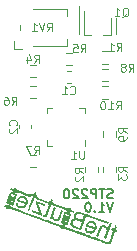
<source format=gbr>
%TF.GenerationSoftware,KiCad,Pcbnew,(6.0.5)*%
%TF.CreationDate,2022-05-26T22:58:08+02:00*%
%TF.ProjectId,STP220_Polulu,53545032-3230-45f5-906f-6c756c752e6b,rev?*%
%TF.SameCoordinates,Original*%
%TF.FileFunction,Legend,Bot*%
%TF.FilePolarity,Positive*%
%FSLAX46Y46*%
G04 Gerber Fmt 4.6, Leading zero omitted, Abs format (unit mm)*
G04 Created by KiCad (PCBNEW (6.0.5)) date 2022-05-26 22:58:08*
%MOMM*%
%LPD*%
G01*
G04 APERTURE LIST*
%ADD10C,0.150000*%
%ADD11C,0.100000*%
%ADD12C,0.120000*%
G04 APERTURE END LIST*
D10*
X146253047Y-92779904D02*
X145986380Y-93579904D01*
X145719714Y-92779904D01*
X145034000Y-93579904D02*
X145491142Y-93579904D01*
X145262571Y-93579904D02*
X145262571Y-92779904D01*
X145338761Y-92894190D01*
X145414952Y-92970380D01*
X145491142Y-93008476D01*
X144691142Y-93503714D02*
X144653047Y-93541809D01*
X144691142Y-93579904D01*
X144729238Y-93541809D01*
X144691142Y-93503714D01*
X144691142Y-93579904D01*
X144157809Y-92779904D02*
X144081619Y-92779904D01*
X144005428Y-92818000D01*
X143967333Y-92856095D01*
X143929238Y-92932285D01*
X143891142Y-93084666D01*
X143891142Y-93275142D01*
X143929238Y-93427523D01*
X143967333Y-93503714D01*
X144005428Y-93541809D01*
X144081619Y-93579904D01*
X144157809Y-93579904D01*
X144234000Y-93541809D01*
X144272095Y-93503714D01*
X144310190Y-93427523D01*
X144348285Y-93275142D01*
X144348285Y-93084666D01*
X144310190Y-92932285D01*
X144272095Y-92856095D01*
X144234000Y-92818000D01*
X144157809Y-92779904D01*
X146221190Y-92398809D02*
X146106904Y-92436904D01*
X145916428Y-92436904D01*
X145840238Y-92398809D01*
X145802142Y-92360714D01*
X145764047Y-92284523D01*
X145764047Y-92208333D01*
X145802142Y-92132142D01*
X145840238Y-92094047D01*
X145916428Y-92055952D01*
X146068809Y-92017857D01*
X146145000Y-91979761D01*
X146183095Y-91941666D01*
X146221190Y-91865476D01*
X146221190Y-91789285D01*
X146183095Y-91713095D01*
X146145000Y-91675000D01*
X146068809Y-91636904D01*
X145878333Y-91636904D01*
X145764047Y-91675000D01*
X145535476Y-91636904D02*
X145078333Y-91636904D01*
X145306904Y-92436904D02*
X145306904Y-91636904D01*
X144811666Y-92436904D02*
X144811666Y-91636904D01*
X144506904Y-91636904D01*
X144430714Y-91675000D01*
X144392619Y-91713095D01*
X144354523Y-91789285D01*
X144354523Y-91903571D01*
X144392619Y-91979761D01*
X144430714Y-92017857D01*
X144506904Y-92055952D01*
X144811666Y-92055952D01*
X144049761Y-91713095D02*
X144011666Y-91675000D01*
X143935476Y-91636904D01*
X143745000Y-91636904D01*
X143668809Y-91675000D01*
X143630714Y-91713095D01*
X143592619Y-91789285D01*
X143592619Y-91865476D01*
X143630714Y-91979761D01*
X144087857Y-92436904D01*
X143592619Y-92436904D01*
X143287857Y-91713095D02*
X143249761Y-91675000D01*
X143173571Y-91636904D01*
X142983095Y-91636904D01*
X142906904Y-91675000D01*
X142868809Y-91713095D01*
X142830714Y-91789285D01*
X142830714Y-91865476D01*
X142868809Y-91979761D01*
X143325952Y-92436904D01*
X142830714Y-92436904D01*
X142335476Y-91636904D02*
X142259285Y-91636904D01*
X142183095Y-91675000D01*
X142145000Y-91713095D01*
X142106904Y-91789285D01*
X142068809Y-91941666D01*
X142068809Y-92132142D01*
X142106904Y-92284523D01*
X142145000Y-92360714D01*
X142183095Y-92398809D01*
X142259285Y-92436904D01*
X142335476Y-92436904D01*
X142411666Y-92398809D01*
X142449761Y-92360714D01*
X142487857Y-92284523D01*
X142525952Y-92132142D01*
X142525952Y-91941666D01*
X142487857Y-91789285D01*
X142449761Y-91713095D01*
X142411666Y-91675000D01*
X142335476Y-91636904D01*
D11*
%TO.C,R7*%
X139562666Y-88708666D02*
X139796000Y-88375333D01*
X139962666Y-88708666D02*
X139962666Y-88008666D01*
X139696000Y-88008666D01*
X139629333Y-88042000D01*
X139596000Y-88075333D01*
X139562666Y-88142000D01*
X139562666Y-88242000D01*
X139596000Y-88308666D01*
X139629333Y-88342000D01*
X139696000Y-88375333D01*
X139962666Y-88375333D01*
X139329333Y-88008666D02*
X138862666Y-88008666D01*
X139162666Y-88708666D01*
%TO.C,R4*%
X139562666Y-80961666D02*
X139796000Y-80628333D01*
X139962666Y-80961666D02*
X139962666Y-80261666D01*
X139696000Y-80261666D01*
X139629333Y-80295000D01*
X139596000Y-80328333D01*
X139562666Y-80395000D01*
X139562666Y-80495000D01*
X139596000Y-80561666D01*
X139629333Y-80595000D01*
X139696000Y-80628333D01*
X139962666Y-80628333D01*
X138962666Y-80495000D02*
X138962666Y-80961666D01*
X139129333Y-80228333D02*
X139296000Y-80728333D01*
X138862666Y-80728333D01*
%TO.C,R6*%
X137657666Y-84517666D02*
X137891000Y-84184333D01*
X138057666Y-84517666D02*
X138057666Y-83817666D01*
X137791000Y-83817666D01*
X137724333Y-83851000D01*
X137691000Y-83884333D01*
X137657666Y-83951000D01*
X137657666Y-84051000D01*
X137691000Y-84117666D01*
X137724333Y-84151000D01*
X137791000Y-84184333D01*
X138057666Y-84184333D01*
X137057666Y-83817666D02*
X137191000Y-83817666D01*
X137257666Y-83851000D01*
X137291000Y-83884333D01*
X137357666Y-83984333D01*
X137391000Y-84117666D01*
X137391000Y-84384333D01*
X137357666Y-84451000D01*
X137324333Y-84484333D01*
X137257666Y-84517666D01*
X137124333Y-84517666D01*
X137057666Y-84484333D01*
X137024333Y-84451000D01*
X136991000Y-84384333D01*
X136991000Y-84217666D01*
X137024333Y-84151000D01*
X137057666Y-84117666D01*
X137124333Y-84084333D01*
X137257666Y-84084333D01*
X137324333Y-84117666D01*
X137357666Y-84151000D01*
X137391000Y-84217666D01*
%TO.C,R10*%
X146500000Y-84898666D02*
X146733333Y-84565333D01*
X146900000Y-84898666D02*
X146900000Y-84198666D01*
X146633333Y-84198666D01*
X146566666Y-84232000D01*
X146533333Y-84265333D01*
X146500000Y-84332000D01*
X146500000Y-84432000D01*
X146533333Y-84498666D01*
X146566666Y-84532000D01*
X146633333Y-84565333D01*
X146900000Y-84565333D01*
X145833333Y-84898666D02*
X146233333Y-84898666D01*
X146033333Y-84898666D02*
X146033333Y-84198666D01*
X146100000Y-84298666D01*
X146166666Y-84365333D01*
X146233333Y-84398666D01*
X145400000Y-84198666D02*
X145333333Y-84198666D01*
X145266666Y-84232000D01*
X145233333Y-84265333D01*
X145200000Y-84332000D01*
X145166666Y-84465333D01*
X145166666Y-84632000D01*
X145200000Y-84765333D01*
X145233333Y-84832000D01*
X145266666Y-84865333D01*
X145333333Y-84898666D01*
X145400000Y-84898666D01*
X145466666Y-84865333D01*
X145500000Y-84832000D01*
X145533333Y-84765333D01*
X145566666Y-84632000D01*
X145566666Y-84465333D01*
X145533333Y-84332000D01*
X145500000Y-84265333D01*
X145466666Y-84232000D01*
X145400000Y-84198666D01*
%TO.C,R3*%
X147382666Y-90180333D02*
X147049333Y-89947000D01*
X147382666Y-89780333D02*
X146682666Y-89780333D01*
X146682666Y-90047000D01*
X146716000Y-90113666D01*
X146749333Y-90147000D01*
X146816000Y-90180333D01*
X146916000Y-90180333D01*
X146982666Y-90147000D01*
X147016000Y-90113666D01*
X147049333Y-90047000D01*
X147049333Y-89780333D01*
X146682666Y-90413666D02*
X146682666Y-90847000D01*
X146949333Y-90613666D01*
X146949333Y-90713666D01*
X146982666Y-90780333D01*
X147016000Y-90813666D01*
X147082666Y-90847000D01*
X147249333Y-90847000D01*
X147316000Y-90813666D01*
X147349333Y-90780333D01*
X147382666Y-90713666D01*
X147382666Y-90513666D01*
X147349333Y-90447000D01*
X147316000Y-90413666D01*
%TO.C,R1*%
X146547666Y-79945666D02*
X146781000Y-79612333D01*
X146947666Y-79945666D02*
X146947666Y-79245666D01*
X146681000Y-79245666D01*
X146614333Y-79279000D01*
X146581000Y-79312333D01*
X146547666Y-79379000D01*
X146547666Y-79479000D01*
X146581000Y-79545666D01*
X146614333Y-79579000D01*
X146681000Y-79612333D01*
X146947666Y-79612333D01*
X145881000Y-79945666D02*
X146281000Y-79945666D01*
X146081000Y-79945666D02*
X146081000Y-79245666D01*
X146147666Y-79345666D01*
X146214333Y-79412333D01*
X146281000Y-79445666D01*
%TO.C,U1*%
X143789333Y-88389666D02*
X143789333Y-88956333D01*
X143756000Y-89023000D01*
X143722666Y-89056333D01*
X143656000Y-89089666D01*
X143522666Y-89089666D01*
X143456000Y-89056333D01*
X143422666Y-89023000D01*
X143389333Y-88956333D01*
X143389333Y-88389666D01*
X142689333Y-89089666D02*
X143089333Y-89089666D01*
X142889333Y-89089666D02*
X142889333Y-88389666D01*
X142956000Y-88489666D01*
X143022666Y-88556333D01*
X143089333Y-88589666D01*
%TO.C,R8*%
X147563666Y-81723666D02*
X147797000Y-81390333D01*
X147963666Y-81723666D02*
X147963666Y-81023666D01*
X147697000Y-81023666D01*
X147630333Y-81057000D01*
X147597000Y-81090333D01*
X147563666Y-81157000D01*
X147563666Y-81257000D01*
X147597000Y-81323666D01*
X147630333Y-81357000D01*
X147697000Y-81390333D01*
X147963666Y-81390333D01*
X147163666Y-81323666D02*
X147230333Y-81290333D01*
X147263666Y-81257000D01*
X147297000Y-81190333D01*
X147297000Y-81157000D01*
X147263666Y-81090333D01*
X147230333Y-81057000D01*
X147163666Y-81023666D01*
X147030333Y-81023666D01*
X146963666Y-81057000D01*
X146930333Y-81090333D01*
X146897000Y-81157000D01*
X146897000Y-81190333D01*
X146930333Y-81257000D01*
X146963666Y-81290333D01*
X147030333Y-81323666D01*
X147163666Y-81323666D01*
X147230333Y-81357000D01*
X147263666Y-81390333D01*
X147297000Y-81457000D01*
X147297000Y-81590333D01*
X147263666Y-81657000D01*
X147230333Y-81690333D01*
X147163666Y-81723666D01*
X147030333Y-81723666D01*
X146963666Y-81690333D01*
X146930333Y-81657000D01*
X146897000Y-81590333D01*
X146897000Y-81457000D01*
X146930333Y-81390333D01*
X146963666Y-81357000D01*
X147030333Y-81323666D01*
%TO.C,Q1*%
X147005666Y-77091333D02*
X147072333Y-77058000D01*
X147139000Y-76991333D01*
X147239000Y-76891333D01*
X147305666Y-76858000D01*
X147372333Y-76858000D01*
X147339000Y-77024666D02*
X147405666Y-76991333D01*
X147472333Y-76924666D01*
X147505666Y-76791333D01*
X147505666Y-76558000D01*
X147472333Y-76424666D01*
X147405666Y-76358000D01*
X147339000Y-76324666D01*
X147205666Y-76324666D01*
X147139000Y-76358000D01*
X147072333Y-76424666D01*
X147039000Y-76558000D01*
X147039000Y-76791333D01*
X147072333Y-76924666D01*
X147139000Y-76991333D01*
X147205666Y-77024666D01*
X147339000Y-77024666D01*
X146372333Y-77024666D02*
X146772333Y-77024666D01*
X146572333Y-77024666D02*
X146572333Y-76324666D01*
X146639000Y-76424666D01*
X146705666Y-76491333D01*
X146772333Y-76524666D01*
%TO.C,RV1*%
X140624666Y-78294666D02*
X140858000Y-77961333D01*
X141024666Y-78294666D02*
X141024666Y-77594666D01*
X140758000Y-77594666D01*
X140691333Y-77628000D01*
X140658000Y-77661333D01*
X140624666Y-77728000D01*
X140624666Y-77828000D01*
X140658000Y-77894666D01*
X140691333Y-77928000D01*
X140758000Y-77961333D01*
X141024666Y-77961333D01*
X140424666Y-77594666D02*
X140191333Y-78294666D01*
X139958000Y-77594666D01*
X139358000Y-78294666D02*
X139758000Y-78294666D01*
X139558000Y-78294666D02*
X139558000Y-77594666D01*
X139624666Y-77694666D01*
X139691333Y-77761333D01*
X139758000Y-77794666D01*
%TO.C,C1*%
X142610666Y-83562000D02*
X142644000Y-83595333D01*
X142744000Y-83628666D01*
X142810666Y-83628666D01*
X142910666Y-83595333D01*
X142977333Y-83528666D01*
X143010666Y-83462000D01*
X143044000Y-83328666D01*
X143044000Y-83228666D01*
X143010666Y-83095333D01*
X142977333Y-83028666D01*
X142910666Y-82962000D01*
X142810666Y-82928666D01*
X142744000Y-82928666D01*
X142644000Y-82962000D01*
X142610666Y-82995333D01*
X141944000Y-83628666D02*
X142344000Y-83628666D01*
X142144000Y-83628666D02*
X142144000Y-82928666D01*
X142210666Y-83028666D01*
X142277333Y-83095333D01*
X142344000Y-83128666D01*
%TO.C,R5*%
X143499666Y-80072666D02*
X143733000Y-79739333D01*
X143899666Y-80072666D02*
X143899666Y-79372666D01*
X143633000Y-79372666D01*
X143566333Y-79406000D01*
X143533000Y-79439333D01*
X143499666Y-79506000D01*
X143499666Y-79606000D01*
X143533000Y-79672666D01*
X143566333Y-79706000D01*
X143633000Y-79739333D01*
X143899666Y-79739333D01*
X142866333Y-79372666D02*
X143199666Y-79372666D01*
X143233000Y-79706000D01*
X143199666Y-79672666D01*
X143133000Y-79639333D01*
X142966333Y-79639333D01*
X142899666Y-79672666D01*
X142866333Y-79706000D01*
X142833000Y-79772666D01*
X142833000Y-79939333D01*
X142866333Y-80006000D01*
X142899666Y-80039333D01*
X142966333Y-80072666D01*
X143133000Y-80072666D01*
X143199666Y-80039333D01*
X143233000Y-80006000D01*
%TO.C,R2*%
X143699666Y-90307333D02*
X143366333Y-90074000D01*
X143699666Y-89907333D02*
X142999666Y-89907333D01*
X142999666Y-90174000D01*
X143033000Y-90240666D01*
X143066333Y-90274000D01*
X143133000Y-90307333D01*
X143233000Y-90307333D01*
X143299666Y-90274000D01*
X143333000Y-90240666D01*
X143366333Y-90174000D01*
X143366333Y-89907333D01*
X143066333Y-90574000D02*
X143033000Y-90607333D01*
X142999666Y-90674000D01*
X142999666Y-90840666D01*
X143033000Y-90907333D01*
X143066333Y-90940666D01*
X143133000Y-90974000D01*
X143199666Y-90974000D01*
X143299666Y-90940666D01*
X143699666Y-90540666D01*
X143699666Y-90974000D01*
%TO.C,C2*%
X138045000Y-86243333D02*
X138078333Y-86210000D01*
X138111666Y-86110000D01*
X138111666Y-86043333D01*
X138078333Y-85943333D01*
X138011666Y-85876666D01*
X137945000Y-85843333D01*
X137811666Y-85810000D01*
X137711666Y-85810000D01*
X137578333Y-85843333D01*
X137511666Y-85876666D01*
X137445000Y-85943333D01*
X137411666Y-86043333D01*
X137411666Y-86110000D01*
X137445000Y-86210000D01*
X137478333Y-86243333D01*
X137478333Y-86510000D02*
X137445000Y-86543333D01*
X137411666Y-86610000D01*
X137411666Y-86776666D01*
X137445000Y-86843333D01*
X137478333Y-86876666D01*
X137545000Y-86910000D01*
X137611666Y-86910000D01*
X137711666Y-86876666D01*
X138111666Y-86476666D01*
X138111666Y-86910000D01*
%TO.C,R9*%
X147382666Y-86878333D02*
X147049333Y-86645000D01*
X147382666Y-86478333D02*
X146682666Y-86478333D01*
X146682666Y-86745000D01*
X146716000Y-86811666D01*
X146749333Y-86845000D01*
X146816000Y-86878333D01*
X146916000Y-86878333D01*
X146982666Y-86845000D01*
X147016000Y-86811666D01*
X147049333Y-86745000D01*
X147049333Y-86478333D01*
X147382666Y-87211666D02*
X147382666Y-87345000D01*
X147349333Y-87411666D01*
X147316000Y-87445000D01*
X147216000Y-87511666D01*
X147082666Y-87545000D01*
X146816000Y-87545000D01*
X146749333Y-87511666D01*
X146716000Y-87478333D01*
X146682666Y-87411666D01*
X146682666Y-87278333D01*
X146716000Y-87211666D01*
X146749333Y-87178333D01*
X146816000Y-87145000D01*
X146982666Y-87145000D01*
X147049333Y-87178333D01*
X147082666Y-87211666D01*
X147116000Y-87278333D01*
X147116000Y-87411666D01*
X147082666Y-87478333D01*
X147049333Y-87511666D01*
X146982666Y-87545000D01*
%TO.C,G\u002A\u002A\u002A*%
G36*
X142246216Y-94683389D02*
G01*
X142239021Y-94680777D01*
X142183979Y-94661964D01*
X142151645Y-94655000D01*
X142134676Y-94659340D01*
X142125727Y-94674437D01*
X142127037Y-94705553D01*
X142150281Y-94744083D01*
X142177993Y-94779516D01*
X142197442Y-94814737D01*
X142199460Y-94818220D01*
X142206806Y-94824848D01*
X142220696Y-94833423D01*
X142242780Y-94844569D01*
X142274702Y-94858909D01*
X142318108Y-94877068D01*
X142374645Y-94899671D01*
X142445960Y-94927341D01*
X142533698Y-94960702D01*
X142639506Y-95000378D01*
X142765030Y-95046995D01*
X142911916Y-95101176D01*
X143081812Y-95163544D01*
X143276363Y-95234725D01*
X143497215Y-95315342D01*
X143746015Y-95406019D01*
X144024410Y-95507381D01*
X144206980Y-95573818D01*
X144466231Y-95668090D01*
X144697022Y-95751900D01*
X144901019Y-95825830D01*
X145079889Y-95890463D01*
X145235301Y-95946378D01*
X145368922Y-95994161D01*
X145482419Y-96034390D01*
X145577460Y-96067649D01*
X145655712Y-96094518D01*
X145718843Y-96115581D01*
X145768518Y-96131420D01*
X145806408Y-96142614D01*
X145834178Y-96149747D01*
X145853495Y-96153400D01*
X145866029Y-96154155D01*
X145873446Y-96152595D01*
X145874808Y-96151920D01*
X145885757Y-96143159D01*
X145898149Y-96125938D01*
X145913361Y-96096989D01*
X145932766Y-96053047D01*
X145957737Y-95990842D01*
X145989649Y-95907110D01*
X146029875Y-95798582D01*
X146079790Y-95661993D01*
X146252676Y-95186993D01*
X146080963Y-95124495D01*
X146137780Y-94968391D01*
X146309493Y-95030890D01*
X146369150Y-94866981D01*
X146388711Y-94814706D01*
X146411540Y-94757758D01*
X146428781Y-94719523D01*
X146437736Y-94706323D01*
X146444684Y-94711983D01*
X146468471Y-94737256D01*
X146501044Y-94775240D01*
X146555424Y-94840908D01*
X146465596Y-95087707D01*
X146590479Y-95133160D01*
X146533661Y-95289264D01*
X146408779Y-95243810D01*
X146222474Y-95754964D01*
X146203839Y-95806073D01*
X146152944Y-95944957D01*
X146111154Y-96056641D01*
X146076799Y-96144179D01*
X146048211Y-96210627D01*
X146023724Y-96259038D01*
X146001668Y-96292468D01*
X145980377Y-96313971D01*
X145958182Y-96326601D01*
X145933414Y-96333413D01*
X145904406Y-96337463D01*
X145898798Y-96337941D01*
X145886245Y-96337799D01*
X145869831Y-96335768D01*
X145847845Y-96331259D01*
X145818578Y-96323674D01*
X145780322Y-96312422D01*
X145731366Y-96296909D01*
X145670001Y-96276539D01*
X145594517Y-96250721D01*
X145503206Y-96218860D01*
X145394358Y-96180362D01*
X145266262Y-96134634D01*
X145117213Y-96081080D01*
X144945496Y-96019109D01*
X144749406Y-95948127D01*
X144527233Y-95867538D01*
X144277265Y-95776750D01*
X143997795Y-95675168D01*
X142155537Y-95005387D01*
X142084676Y-95031913D01*
X142074279Y-95035692D01*
X142028021Y-95047236D01*
X141984161Y-95044431D01*
X141926779Y-95026759D01*
X141914130Y-95022065D01*
X141863571Y-94998963D01*
X141830542Y-94971291D01*
X141802511Y-94929213D01*
X141765278Y-94863344D01*
X137566100Y-93334968D01*
X137495239Y-93361494D01*
X137484843Y-93365274D01*
X137438583Y-93376817D01*
X137394725Y-93374012D01*
X137337342Y-93356341D01*
X137324694Y-93351647D01*
X137274134Y-93328544D01*
X137241106Y-93300873D01*
X137213074Y-93258795D01*
X137205694Y-93246132D01*
X137178017Y-93209128D01*
X137142266Y-93183455D01*
X137086313Y-93159622D01*
X136996784Y-93126318D01*
X137053601Y-92970214D01*
X137145352Y-93003609D01*
X137178528Y-93014795D01*
X137232703Y-93026048D01*
X137266287Y-93019943D01*
X137300743Y-93006364D01*
X137311541Y-93004018D01*
X137536291Y-93004018D01*
X137537601Y-93035135D01*
X137560844Y-93073664D01*
X137588555Y-93109097D01*
X137608006Y-93144319D01*
X137611509Y-93149325D01*
X137620355Y-93156133D01*
X137635976Y-93165035D01*
X137659901Y-93176607D01*
X137693659Y-93191425D01*
X137738780Y-93210066D01*
X137796791Y-93233107D01*
X137869222Y-93261123D01*
X137957601Y-93294692D01*
X138063458Y-93334389D01*
X138188321Y-93380792D01*
X138333719Y-93434477D01*
X138501182Y-93496020D01*
X138692238Y-93565997D01*
X138908415Y-93644986D01*
X139151243Y-93733563D01*
X139422251Y-93832303D01*
X139722967Y-93941784D01*
X140006519Y-94044963D01*
X140279328Y-94144161D01*
X140523924Y-94232998D01*
X140741849Y-94312017D01*
X140934645Y-94381758D01*
X141103853Y-94442763D01*
X141251016Y-94495573D01*
X141377674Y-94540729D01*
X141485371Y-94578772D01*
X141575646Y-94610243D01*
X141650043Y-94635682D01*
X141710104Y-94655633D01*
X141757368Y-94670635D01*
X141793379Y-94681231D01*
X141819679Y-94687960D01*
X141837808Y-94691363D01*
X141849309Y-94691983D01*
X141855724Y-94690362D01*
X141890180Y-94676782D01*
X141937267Y-94666552D01*
X141976269Y-94654087D01*
X142000844Y-94628983D01*
X142001561Y-94626946D01*
X142003350Y-94610142D01*
X141991469Y-94595983D01*
X141959941Y-94580167D01*
X141902789Y-94558392D01*
X141793517Y-94518620D01*
X141806907Y-94481832D01*
X142178151Y-94481832D01*
X142287423Y-94521604D01*
X142526054Y-93865970D01*
X142471419Y-93846084D01*
X142461787Y-93842753D01*
X142424785Y-93836716D01*
X142407847Y-93850747D01*
X142402120Y-93861328D01*
X142390378Y-93857746D01*
X142369557Y-93827971D01*
X142344334Y-93794700D01*
X142299777Y-93767565D01*
X142237930Y-93763565D01*
X142207925Y-93768217D01*
X142196796Y-93783233D01*
X142199195Y-93819697D01*
X142203497Y-93843583D01*
X142219358Y-93868950D01*
X142254904Y-93879730D01*
X142268577Y-93882408D01*
X142303236Y-93900879D01*
X142329320Y-93941851D01*
X142336579Y-93958154D01*
X142342580Y-93978487D01*
X142343092Y-94001932D01*
X142336924Y-94034105D01*
X142322890Y-94080622D01*
X142299803Y-94147102D01*
X142266476Y-94239162D01*
X142178151Y-94481832D01*
X141806907Y-94481832D01*
X142145783Y-93550779D01*
X142262860Y-93593392D01*
X142305420Y-93608341D01*
X142351766Y-93621584D01*
X142377423Y-93622826D01*
X142388314Y-93612991D01*
X142388484Y-93612490D01*
X142383527Y-93584894D01*
X142360919Y-93551151D01*
X142333207Y-93515718D01*
X142313757Y-93480496D01*
X142312469Y-93477587D01*
X142304406Y-93467980D01*
X142287974Y-93456595D01*
X142260307Y-93442260D01*
X142218542Y-93423802D01*
X142159808Y-93400049D01*
X142081243Y-93369830D01*
X141979980Y-93331973D01*
X141853152Y-93285306D01*
X141697895Y-93228657D01*
X141639083Y-93207258D01*
X141496138Y-93155361D01*
X141380191Y-93113591D01*
X141288157Y-93080992D01*
X141216950Y-93056609D01*
X141163487Y-93039486D01*
X141124679Y-93028666D01*
X141097444Y-93023195D01*
X141078693Y-93022117D01*
X141065344Y-93024477D01*
X141054311Y-93029317D01*
X141022435Y-93042009D01*
X140982668Y-93048628D01*
X140975084Y-93049100D01*
X140965303Y-93053923D01*
X140954528Y-93066605D01*
X140941295Y-93090488D01*
X140924138Y-93128916D01*
X140901590Y-93185230D01*
X140872185Y-93262776D01*
X140834458Y-93364895D01*
X140786942Y-93494931D01*
X140780319Y-93513081D01*
X140728199Y-93654365D01*
X140685529Y-93766762D01*
X140651345Y-93852621D01*
X140624680Y-93914299D01*
X140604567Y-93954148D01*
X140590041Y-93974521D01*
X140569808Y-93989606D01*
X140507536Y-94010692D01*
X140431077Y-94011991D01*
X140349657Y-93992799D01*
X140331657Y-93986042D01*
X140279409Y-93962027D01*
X140254946Y-93937690D01*
X140254631Y-93906704D01*
X140274823Y-93862746D01*
X140286245Y-93842651D01*
X140306692Y-93816067D01*
X140329854Y-93811312D01*
X140368232Y-93823076D01*
X140382162Y-93828103D01*
X140410870Y-93836846D01*
X140435040Y-93838645D01*
X140456662Y-93830468D01*
X140477725Y-93809278D01*
X140500217Y-93772044D01*
X140526128Y-93715728D01*
X140557446Y-93637299D01*
X140596160Y-93533720D01*
X140644258Y-93401960D01*
X140662040Y-93353068D01*
X140703170Y-93239361D01*
X140734233Y-93151814D01*
X140756285Y-93086762D01*
X140770378Y-93040537D01*
X140777566Y-93009473D01*
X140778904Y-92989903D01*
X140775444Y-92978162D01*
X140768241Y-92970583D01*
X140748290Y-92948917D01*
X140725772Y-92909739D01*
X140724514Y-92906753D01*
X140717942Y-92895115D01*
X140706766Y-92883749D01*
X140687656Y-92871214D01*
X140657279Y-92856067D01*
X140612304Y-92836865D01*
X140549399Y-92812168D01*
X140465233Y-92780532D01*
X140356474Y-92740514D01*
X140219791Y-92690672D01*
X139730485Y-92512579D01*
X139745358Y-92471716D01*
X139746535Y-92468103D01*
X139746035Y-92417410D01*
X139721684Y-92348191D01*
X139721137Y-92347017D01*
X139704456Y-92310962D01*
X139690104Y-92282683D01*
X139676814Y-92264303D01*
X139663329Y-92257948D01*
X139648383Y-92265742D01*
X139630715Y-92289810D01*
X139609062Y-92332277D01*
X139582162Y-92395269D01*
X139548753Y-92480910D01*
X139507571Y-92591324D01*
X139457356Y-92728637D01*
X139396844Y-92894975D01*
X139161054Y-93542803D01*
X139004950Y-93485986D01*
X139243581Y-92830353D01*
X139270852Y-92755250D01*
X139319473Y-92620431D01*
X139363430Y-92497357D01*
X139401589Y-92389271D01*
X139432821Y-92299412D01*
X139455993Y-92231019D01*
X139469973Y-92187334D01*
X139473632Y-92171596D01*
X139473336Y-92171501D01*
X139451509Y-92171417D01*
X139412537Y-92175241D01*
X139366320Y-92186396D01*
X139306226Y-92213888D01*
X139256797Y-92249763D01*
X139229113Y-92287255D01*
X139215344Y-92325083D01*
X138655284Y-92121238D01*
X138514222Y-92070032D01*
X138391583Y-92025929D01*
X138294120Y-91991532D01*
X138218761Y-91965867D01*
X138162436Y-91947961D01*
X138122071Y-91936839D01*
X138094598Y-91931531D01*
X138076944Y-91931060D01*
X138066039Y-91934453D01*
X138031583Y-91948032D01*
X137984495Y-91958263D01*
X137958682Y-91962773D01*
X137926022Y-91977260D01*
X137925133Y-91997126D01*
X137955560Y-92021116D01*
X138016850Y-92047971D01*
X138118317Y-92084902D01*
X137822869Y-92896639D01*
X137766052Y-93052743D01*
X137656780Y-93012971D01*
X137649585Y-93010359D01*
X137594542Y-92991545D01*
X137562208Y-92984582D01*
X137545239Y-92988921D01*
X137536291Y-93004018D01*
X137311541Y-93004018D01*
X137347831Y-92996134D01*
X137386833Y-92983669D01*
X137411407Y-92958565D01*
X137412125Y-92956528D01*
X137413913Y-92939724D01*
X137402031Y-92925565D01*
X137370503Y-92909749D01*
X137313352Y-92887974D01*
X137204080Y-92848202D01*
X137462682Y-92137699D01*
X137571642Y-92137699D01*
X137577375Y-92178566D01*
X137580169Y-92187290D01*
X137596048Y-92207926D01*
X137628988Y-92208591D01*
X137669836Y-92210831D01*
X137711476Y-92240274D01*
X137739110Y-92299803D01*
X137743517Y-92319882D01*
X137744552Y-92346388D01*
X137739299Y-92380050D01*
X137726341Y-92426827D01*
X137704261Y-92492680D01*
X137671643Y-92583572D01*
X137588715Y-92811414D01*
X137697987Y-92851186D01*
X137936618Y-92195552D01*
X137881981Y-92175666D01*
X137872350Y-92172335D01*
X137835348Y-92166297D01*
X137818411Y-92180329D01*
X137812684Y-92190910D01*
X137800942Y-92187328D01*
X137780120Y-92157553D01*
X137765474Y-92135541D01*
X137737829Y-92108697D01*
X137701438Y-92098929D01*
X137644463Y-92101330D01*
X137630475Y-92102891D01*
X137587679Y-92114387D01*
X137571642Y-92137699D01*
X137462682Y-92137699D01*
X137556346Y-91880361D01*
X137673423Y-91922973D01*
X137715983Y-91937922D01*
X137762329Y-91951165D01*
X137787986Y-91952407D01*
X137798877Y-91942572D01*
X137799048Y-91942072D01*
X137794090Y-91914476D01*
X137771482Y-91880732D01*
X137743770Y-91845299D01*
X137724320Y-91810078D01*
X137712972Y-91792858D01*
X137677042Y-91768626D01*
X137613374Y-91742013D01*
X137513819Y-91705778D01*
X137570636Y-91549675D01*
X137668431Y-91584551D01*
X137704154Y-91596681D01*
X137752493Y-91608041D01*
X137792192Y-91606554D01*
X137837087Y-91592902D01*
X137847483Y-91589122D01*
X137893742Y-91577579D01*
X137937601Y-91580383D01*
X137994984Y-91598055D01*
X138007632Y-91602750D01*
X138058192Y-91625853D01*
X138091221Y-91653524D01*
X138119252Y-91695602D01*
X138156485Y-91761469D01*
X139175725Y-92133879D01*
X139227862Y-92104233D01*
X139256284Y-92089061D01*
X139362130Y-92050472D01*
X139461780Y-92042913D01*
X139528104Y-92048633D01*
X139590165Y-91878122D01*
X139744710Y-91934372D01*
X139717589Y-92023453D01*
X139716367Y-92027467D01*
X139702531Y-92077191D01*
X139701113Y-92107531D01*
X139714524Y-92130103D01*
X139745169Y-92156526D01*
X139768299Y-92179352D01*
X139807972Y-92233481D01*
X139841276Y-92295854D01*
X139882682Y-92391190D01*
X140756974Y-92709407D01*
X140836495Y-92682356D01*
X140916017Y-92655307D01*
X140957679Y-92540842D01*
X140960878Y-92532136D01*
X140981811Y-92479048D01*
X140998745Y-92442380D01*
X141008269Y-92429627D01*
X141015216Y-92435287D01*
X141039004Y-92460560D01*
X141071577Y-92498545D01*
X141096407Y-92529706D01*
X141113608Y-92561354D01*
X141113551Y-92592758D01*
X141099039Y-92638169D01*
X141091212Y-92660705D01*
X141082827Y-92701594D01*
X141090366Y-92737349D01*
X141115651Y-92783961D01*
X141159181Y-92855798D01*
X141757422Y-93072822D01*
X142355664Y-93289846D01*
X142426524Y-93263321D01*
X142436920Y-93259540D01*
X142483180Y-93247998D01*
X142527039Y-93250802D01*
X142584421Y-93268473D01*
X142597069Y-93273168D01*
X142647628Y-93296271D01*
X142680657Y-93323942D01*
X142708689Y-93366020D01*
X142728673Y-93398106D01*
X142754585Y-93425411D01*
X142791988Y-93447168D01*
X142851060Y-93470874D01*
X142956199Y-93509859D01*
X142899382Y-93665963D01*
X142792021Y-93626887D01*
X142729373Y-93606484D01*
X142683844Y-93598713D01*
X142655475Y-93604872D01*
X142621019Y-93618450D01*
X142573932Y-93628681D01*
X142548119Y-93633191D01*
X142515458Y-93647679D01*
X142514947Y-93659082D01*
X142514569Y-93667545D01*
X142544996Y-93691534D01*
X142606287Y-93718389D01*
X142707754Y-93755320D01*
X142412305Y-94567058D01*
X142355488Y-94723161D01*
X142246216Y-94683389D01*
G37*
G36*
X144836788Y-94932525D02*
G01*
X144800209Y-95049101D01*
X144790801Y-95074008D01*
X144729123Y-95200381D01*
X144654466Y-95296682D01*
X144565728Y-95363786D01*
X144461807Y-95402571D01*
X144341601Y-95413912D01*
X144293506Y-95410739D01*
X144179070Y-95385217D01*
X144071729Y-95337804D01*
X143979758Y-95272729D01*
X143911434Y-95194217D01*
X143901690Y-95177807D01*
X143874341Y-95117841D01*
X143853743Y-95052931D01*
X143843013Y-94994410D01*
X143845269Y-94953614D01*
X143851008Y-94948810D01*
X143881161Y-94945518D01*
X143926954Y-94951098D01*
X143965012Y-94959872D01*
X143994625Y-94973974D01*
X144015217Y-95000462D01*
X144037301Y-95048631D01*
X144067020Y-95104506D01*
X144130018Y-95175109D01*
X144206631Y-95220808D01*
X144291458Y-95241412D01*
X144379101Y-95236726D01*
X144464160Y-95206558D01*
X144541236Y-95150712D01*
X144604929Y-95068995D01*
X144632553Y-95021596D01*
X143899649Y-94754841D01*
X143921198Y-94696390D01*
X143937751Y-94660004D01*
X144124795Y-94660004D01*
X144399668Y-94760049D01*
X144479564Y-94789004D01*
X144557164Y-94816456D01*
X144611524Y-94834268D01*
X144647070Y-94843544D01*
X144668225Y-94845387D01*
X144679415Y-94840898D01*
X144685064Y-94831183D01*
X144689530Y-94792031D01*
X144676973Y-94731010D01*
X144648081Y-94666287D01*
X144606732Y-94608870D01*
X144540812Y-94554296D01*
X144457633Y-94517734D01*
X144370368Y-94506277D01*
X144285672Y-94519750D01*
X144210205Y-94557978D01*
X144150621Y-94620789D01*
X144124795Y-94660004D01*
X143937751Y-94660004D01*
X143962822Y-94604895D01*
X144036576Y-94500032D01*
X144126070Y-94420720D01*
X144227663Y-94368145D01*
X144337712Y-94343492D01*
X144452575Y-94347943D01*
X144568613Y-94382683D01*
X144682184Y-94448898D01*
X144719624Y-94480385D01*
X144765586Y-94536504D01*
X144807207Y-94613731D01*
X144825946Y-94658219D01*
X144849524Y-94745315D01*
X144853182Y-94834007D01*
X144844025Y-94889039D01*
X144836788Y-94932525D01*
G37*
G36*
X146112355Y-94552536D02*
G01*
X145623729Y-95895024D01*
X145452016Y-95832526D01*
X145572916Y-95500355D01*
X145612887Y-95389713D01*
X145642507Y-95305168D01*
X145663117Y-95241873D01*
X145676059Y-95194982D01*
X145682676Y-95159654D01*
X145684310Y-95131042D01*
X145682302Y-95104301D01*
X145661261Y-95037213D01*
X145613468Y-94970963D01*
X145547554Y-94918999D01*
X145471388Y-94887364D01*
X145392847Y-94882101D01*
X145358770Y-94888924D01*
X145328454Y-94902513D01*
X145300711Y-94926300D01*
X145273379Y-94963847D01*
X145244294Y-95018710D01*
X145211291Y-95094448D01*
X145172205Y-95194621D01*
X145124875Y-95322786D01*
X144999316Y-95667757D01*
X144827603Y-95605258D01*
X144945588Y-95281377D01*
X144950317Y-95268431D01*
X144989113Y-95164748D01*
X145027259Y-95066811D01*
X145062161Y-94981019D01*
X145091225Y-94913771D01*
X145111853Y-94871465D01*
X145159622Y-94801807D01*
X145231053Y-94740082D01*
X145314967Y-94708772D01*
X145412306Y-94707567D01*
X145524012Y-94736159D01*
X145556116Y-94748292D01*
X145611336Y-94774000D01*
X145652176Y-94803818D01*
X145691092Y-94845930D01*
X145712823Y-94874054D01*
X145741210Y-94917703D01*
X145754810Y-94948673D01*
X145757447Y-94953212D01*
X145768005Y-94941139D01*
X145786617Y-94901858D01*
X145813952Y-94833883D01*
X145850680Y-94735728D01*
X145940641Y-94490038D01*
X146112355Y-94552536D01*
G37*
G36*
X143942462Y-93957221D02*
G01*
X143744601Y-94500840D01*
X143516335Y-95127996D01*
X143212702Y-95017482D01*
X143115688Y-94981228D01*
X143020658Y-94943892D01*
X142937456Y-94909390D01*
X142872596Y-94880425D01*
X142832592Y-94859701D01*
X142804616Y-94841376D01*
X142716376Y-94763358D01*
X142658726Y-94672707D01*
X142631135Y-94568326D01*
X142631712Y-94532768D01*
X142818295Y-94532768D01*
X142836467Y-94610176D01*
X142882876Y-94680876D01*
X142904759Y-94702749D01*
X142931359Y-94723973D01*
X142965192Y-94743809D01*
X143012308Y-94765296D01*
X143078759Y-94791471D01*
X143170591Y-94825373D01*
X143401438Y-94909394D01*
X143572887Y-94438341D01*
X143325105Y-94354128D01*
X143251808Y-94329483D01*
X143173506Y-94304420D01*
X143116320Y-94288482D01*
X143074414Y-94280314D01*
X143041949Y-94278569D01*
X143013089Y-94281893D01*
X142984593Y-94288957D01*
X142911507Y-94326748D01*
X142857983Y-94384410D01*
X142826190Y-94455298D01*
X142818295Y-94532768D01*
X142631712Y-94532768D01*
X142633069Y-94449124D01*
X142644317Y-94395181D01*
X142687446Y-94300451D01*
X142754641Y-94223077D01*
X142841098Y-94167868D01*
X142942013Y-94139639D01*
X143015498Y-94130578D01*
X142976598Y-94077084D01*
X142947782Y-94026326D01*
X142929710Y-93954865D01*
X143091946Y-93954865D01*
X143107441Y-94024004D01*
X143153729Y-94083395D01*
X143158137Y-94087231D01*
X143194671Y-94113015D01*
X143246508Y-94140056D01*
X143319196Y-94170975D01*
X143418283Y-94208393D01*
X143628706Y-94284981D01*
X143777472Y-93876249D01*
X143545015Y-93798501D01*
X143458998Y-93770751D01*
X143369263Y-93744781D01*
X143303416Y-93729632D01*
X143264887Y-93726188D01*
X143204176Y-93746984D01*
X143148682Y-93795573D01*
X143109638Y-93865423D01*
X143106763Y-93873606D01*
X143091946Y-93954865D01*
X142929710Y-93954865D01*
X142925699Y-93939003D01*
X142929166Y-93847373D01*
X142955830Y-93758211D01*
X143003337Y-93678296D01*
X143069335Y-93614405D01*
X143151472Y-93573316D01*
X143154409Y-93572414D01*
X143180184Y-93564765D01*
X143204841Y-93558841D01*
X143230537Y-93555284D01*
X143259425Y-93554736D01*
X143293663Y-93557840D01*
X143335408Y-93565238D01*
X143386814Y-93577572D01*
X143450038Y-93595484D01*
X143527237Y-93619617D01*
X143620565Y-93650611D01*
X143732180Y-93689110D01*
X143864237Y-93735756D01*
X144018893Y-93791190D01*
X144198303Y-93856055D01*
X144404625Y-93930993D01*
X144640012Y-94016647D01*
X145878200Y-94467311D01*
X145822425Y-94620551D01*
X145815701Y-94639025D01*
X143942462Y-93957221D01*
G37*
G36*
X141389134Y-93240026D02*
G01*
X141273853Y-93573731D01*
X141267999Y-93590688D01*
X141230852Y-93699220D01*
X141203505Y-93781876D01*
X141184726Y-93843421D01*
X141173293Y-93888617D01*
X141167976Y-93922229D01*
X141167547Y-93949016D01*
X141170781Y-93973743D01*
X141194766Y-94042727D01*
X141244474Y-94110374D01*
X141311043Y-94160627D01*
X141387346Y-94188308D01*
X141466257Y-94188247D01*
X141480924Y-94185155D01*
X141512171Y-94176224D01*
X141538686Y-94162359D01*
X141562795Y-94139813D01*
X141586822Y-94104840D01*
X141613096Y-94053695D01*
X141643943Y-93982634D01*
X141681687Y-93887912D01*
X141728655Y-93765783D01*
X141863515Y-93412686D01*
X142018154Y-93468970D01*
X141870038Y-93861437D01*
X141845571Y-93926119D01*
X141803761Y-94035394D01*
X141770620Y-94119445D01*
X141744342Y-94182281D01*
X141723119Y-94227910D01*
X141705145Y-94260341D01*
X141688617Y-94283585D01*
X141671725Y-94301649D01*
X141617825Y-94338765D01*
X141535095Y-94366981D01*
X141443820Y-94373738D01*
X141392547Y-94366645D01*
X141297984Y-94332787D01*
X141212601Y-94277024D01*
X141144310Y-94205143D01*
X141101021Y-94122933D01*
X141078686Y-94055143D01*
X141048685Y-94137034D01*
X141018682Y-94218924D01*
X140878190Y-94167789D01*
X141236136Y-93184339D01*
X141389134Y-93240026D01*
G37*
G36*
X138998525Y-92807571D02*
G01*
X138961946Y-92924148D01*
X138952538Y-92949054D01*
X138890860Y-93075427D01*
X138816203Y-93171729D01*
X138727465Y-93238832D01*
X138623544Y-93277617D01*
X138503338Y-93288958D01*
X138455243Y-93285785D01*
X138340807Y-93260263D01*
X138233467Y-93212851D01*
X138141495Y-93147775D01*
X138073170Y-93069263D01*
X138063426Y-93052853D01*
X138036077Y-92992887D01*
X138015480Y-92927977D01*
X138004750Y-92869456D01*
X138007007Y-92828661D01*
X138012744Y-92823856D01*
X138042899Y-92820564D01*
X138088691Y-92826144D01*
X138126749Y-92834918D01*
X138156363Y-92849020D01*
X138176953Y-92875508D01*
X138199038Y-92923677D01*
X138228757Y-92979553D01*
X138291755Y-93050155D01*
X138368368Y-93095854D01*
X138453195Y-93116458D01*
X138540838Y-93111772D01*
X138625897Y-93081604D01*
X138702973Y-93025758D01*
X138766666Y-92944041D01*
X138794290Y-92896642D01*
X138061385Y-92629886D01*
X138082936Y-92571436D01*
X138099488Y-92535050D01*
X138286531Y-92535050D01*
X138561405Y-92635095D01*
X138641301Y-92664050D01*
X138718901Y-92691502D01*
X138773262Y-92709315D01*
X138808807Y-92718590D01*
X138829962Y-92720433D01*
X138841151Y-92715944D01*
X138846801Y-92706229D01*
X138851267Y-92667077D01*
X138838710Y-92606056D01*
X138809817Y-92541333D01*
X138768468Y-92483916D01*
X138702548Y-92429342D01*
X138619370Y-92392780D01*
X138532105Y-92381323D01*
X138447409Y-92394796D01*
X138371942Y-92433024D01*
X138312358Y-92495835D01*
X138286531Y-92535050D01*
X138099488Y-92535050D01*
X138124558Y-92479941D01*
X138198314Y-92375078D01*
X138287808Y-92295767D01*
X138389399Y-92243191D01*
X138499448Y-92218538D01*
X138614312Y-92222989D01*
X138730350Y-92257729D01*
X138843921Y-92323944D01*
X138881361Y-92355431D01*
X138927323Y-92411550D01*
X138968945Y-92488777D01*
X138987682Y-92533265D01*
X139011261Y-92620361D01*
X139014919Y-92709053D01*
X139005761Y-92764085D01*
X138998525Y-92807571D01*
G37*
G36*
X140502451Y-92917299D02*
G01*
X140444714Y-93075931D01*
X140167077Y-92969028D01*
X140123235Y-92952273D01*
X140022196Y-92914997D01*
X139949832Y-92890611D01*
X139906713Y-92879301D01*
X139893409Y-92881248D01*
X139893737Y-92882472D01*
X139902456Y-92906952D01*
X139921541Y-92957561D01*
X139949406Y-93030188D01*
X139984467Y-93120721D01*
X140025140Y-93225050D01*
X140069842Y-93339064D01*
X140072009Y-93344575D01*
X140121789Y-93471495D01*
X140160519Y-93571569D01*
X140189325Y-93648693D01*
X140209333Y-93706766D01*
X140221670Y-93749685D01*
X140227461Y-93781348D01*
X140227831Y-93805652D01*
X140223909Y-93826496D01*
X140216820Y-93847776D01*
X140191335Y-93917795D01*
X139332766Y-93605301D01*
X139390576Y-93446470D01*
X140037457Y-93693844D01*
X139974777Y-93538444D01*
X139951885Y-93481089D01*
X139917572Y-93394038D01*
X139877553Y-93291704D01*
X139835103Y-93182467D01*
X139793495Y-93074700D01*
X139784019Y-93050045D01*
X139745916Y-92949868D01*
X139718521Y-92874622D01*
X139700584Y-92819374D01*
X139690856Y-92779198D01*
X139688085Y-92749161D01*
X139691021Y-92724333D01*
X139698413Y-92699786D01*
X139721934Y-92633214D01*
X140502451Y-92917299D01*
G37*
D12*
%TO.C,R7*%
X139683258Y-88758500D02*
X139208742Y-88758500D01*
X139683258Y-89803500D02*
X139208742Y-89803500D01*
%TO.C,R4*%
X139683258Y-82183500D02*
X139208742Y-82183500D01*
X139683258Y-81138500D02*
X139208742Y-81138500D01*
%TO.C,R6*%
X139683258Y-83961500D02*
X139208742Y-83961500D01*
X139683258Y-82916500D02*
X139208742Y-82916500D01*
%TO.C,R10*%
X145304742Y-83986900D02*
X145779258Y-83986900D01*
X145304742Y-82941900D02*
X145779258Y-82941900D01*
%TO.C,R3*%
X145400500Y-90216258D02*
X145400500Y-89741742D01*
X146445500Y-90216258D02*
X146445500Y-89741742D01*
%TO.C,R1*%
X145304742Y-81040500D02*
X145779258Y-81040500D01*
X145304742Y-79995500D02*
X145779258Y-79995500D01*
%TO.C,U1*%
X140630000Y-85225000D02*
X140630000Y-84750000D01*
X143850000Y-84750000D02*
X143375000Y-84750000D01*
X140630000Y-84750000D02*
X141105000Y-84750000D01*
X140630000Y-87970000D02*
X141105000Y-87970000D01*
X143850000Y-87495000D02*
X143850000Y-87970000D01*
X140630000Y-87495000D02*
X140630000Y-87970000D01*
X143850000Y-85225000D02*
X143850000Y-84750000D01*
%TO.C,R8*%
X145779258Y-81468700D02*
X145304742Y-81468700D01*
X145779258Y-82513700D02*
X145304742Y-82513700D01*
%TO.C,Q1*%
X143347000Y-77851000D02*
X143347000Y-78501000D01*
X146467000Y-77851000D02*
X146467000Y-78501000D01*
X143347000Y-77851000D02*
X143347000Y-76176000D01*
X146467000Y-77851000D02*
X146467000Y-77201000D01*
%TO.C,RV1*%
X139462000Y-76378000D02*
X142362000Y-76378000D01*
X142362000Y-79578000D02*
X142362000Y-78978000D01*
X139462000Y-79578000D02*
X142362000Y-79578000D01*
X137862000Y-79778000D02*
X137862000Y-79078000D01*
X138562000Y-79778000D02*
X137862000Y-79778000D01*
X138362000Y-78178000D02*
X138362000Y-77778000D01*
X142362000Y-76378000D02*
X142362000Y-76978000D01*
%TO.C,Q2*%
X143747000Y-78581000D02*
X144407000Y-78581000D01*
X145407000Y-78581000D02*
X146067000Y-78581000D01*
X143747000Y-78581000D02*
X143747000Y-76551000D01*
X146067000Y-77171000D02*
X146067000Y-78581000D01*
%TO.C,C1*%
X142634580Y-81659000D02*
X142353420Y-81659000D01*
X142634580Y-82679000D02*
X142353420Y-82679000D01*
%TO.C,R5*%
X142256742Y-81167500D02*
X142731258Y-81167500D01*
X142256742Y-80122500D02*
X142731258Y-80122500D01*
%TO.C,R2*%
X144921500Y-89741742D02*
X144921500Y-90216258D01*
X143876500Y-89741742D02*
X143876500Y-90216258D01*
%TO.C,C2*%
X139321000Y-86219420D02*
X139321000Y-86500580D01*
X138301000Y-86219420D02*
X138301000Y-86500580D01*
%TO.C,R9*%
X146445500Y-86757742D02*
X146445500Y-87232258D01*
X145400500Y-86757742D02*
X145400500Y-87232258D01*
%TD*%
M02*

</source>
